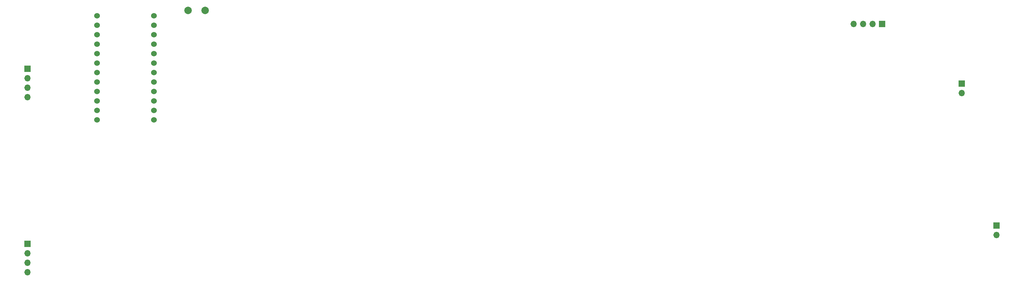
<source format=gbr>
G04 #@! TF.GenerationSoftware,KiCad,Pcbnew,(6.0.11)*
G04 #@! TF.CreationDate,2024-11-25T11:34:43+09:00*
G04 #@! TF.ProjectId,Flame60_PCB_Layer2,466c616d-6536-4305-9f50-43425f4c6179,rev?*
G04 #@! TF.SameCoordinates,Original*
G04 #@! TF.FileFunction,Copper,L2,Bot*
G04 #@! TF.FilePolarity,Positive*
%FSLAX46Y46*%
G04 Gerber Fmt 4.6, Leading zero omitted, Abs format (unit mm)*
G04 Created by KiCad (PCBNEW (6.0.11)) date 2024-11-25 11:34:43*
%MOMM*%
%LPD*%
G01*
G04 APERTURE LIST*
G04 #@! TA.AperFunction,ComponentPad*
%ADD10C,2.000000*%
G04 #@! TD*
G04 #@! TA.AperFunction,ComponentPad*
%ADD11R,1.700000X1.700000*%
G04 #@! TD*
G04 #@! TA.AperFunction,ComponentPad*
%ADD12O,1.700000X1.700000*%
G04 #@! TD*
G04 #@! TA.AperFunction,ComponentPad*
%ADD13C,1.524000*%
G04 #@! TD*
G04 APERTURE END LIST*
D10*
X118931250Y-62360000D03*
X114431250Y-62360000D03*
D11*
X71400000Y-125000000D03*
D12*
X71400000Y-127540000D03*
X71400000Y-130080000D03*
X71400000Y-132620000D03*
D11*
X300355000Y-66043750D03*
D12*
X297815000Y-66043750D03*
X295275000Y-66043750D03*
X292735000Y-66043750D03*
D11*
X71400000Y-78000000D03*
D12*
X71400000Y-80540000D03*
X71400000Y-83080000D03*
X71400000Y-85620000D03*
D13*
X90011250Y-63815001D03*
X90011250Y-66355001D03*
X90011250Y-68895001D03*
X90011250Y-71435001D03*
X90011250Y-73975001D03*
X90011250Y-76515001D03*
X90011250Y-79055001D03*
X90011250Y-81595001D03*
X90011250Y-84135001D03*
X90011250Y-86675001D03*
X90011250Y-89215001D03*
X90011250Y-91755001D03*
X105251250Y-91755001D03*
X105251250Y-89215001D03*
X105251250Y-86675001D03*
X105251250Y-84135001D03*
X105251250Y-81595001D03*
X105251250Y-79055001D03*
X105251250Y-76515001D03*
X105251250Y-73975001D03*
X105251250Y-71435001D03*
X105251250Y-68895001D03*
X105251250Y-66355001D03*
X105251250Y-63815001D03*
D11*
X321700000Y-82000000D03*
D12*
X321700000Y-84540000D03*
D11*
X330993750Y-120113750D03*
D12*
X330993750Y-122653750D03*
M02*

</source>
